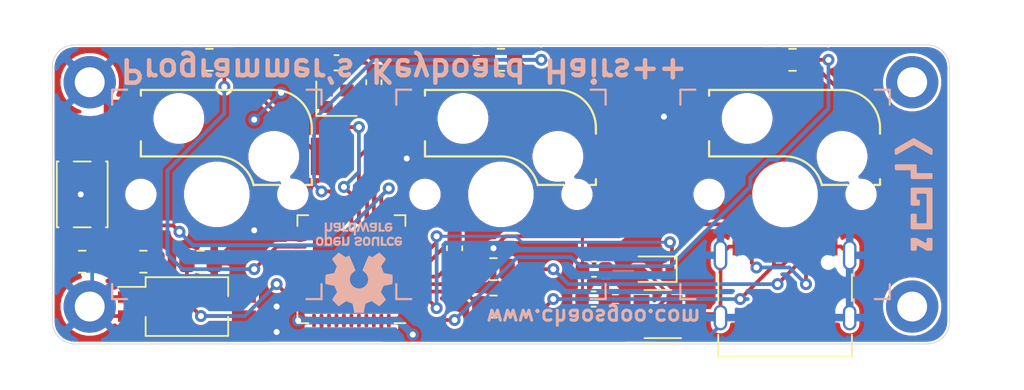
<source format=kicad_pcb>
(kicad_pcb (version 20171130) (host pcbnew "(5.1.9)-1")
  (layers (0 F.Cu signal) (31 B.Cu signal) (34 B.Paste user) (35 F.Paste user) (36 B.SilkS user) (37 F.SilkS user) (38 B.Mask user) (39 F.Mask user) (44 Edge.Cuts user))
  (net 0 "")
  (net 1 "Net-(16MHz1-Pad2)")
  (net 2 "Net-(16MHz1-Pad1)")
  (net 3 GND)
  (net 4 UCAP)
  (net 5 VCC)
  (net 6 V_USB)
  (net 7 "Net-(J1-PadA6)")
  (net 8 "Net-(J1-PadA7)")
  (net 9 D+)
  (net 10 D-)
  (net 11 "Net-(MCU1-Pad13)")
  (net 12 SCL|D3)
  (net 13 D5)
  (net 14 D6)
  (net 15 D4)
  (net 16 D7)
  (net 17 "Net-(C19-Pad1)")
  (module Symbol:OSHW-Logo_5.7x6mm_SilkScreen (layer B.Cu) (at 105 89.9)
    (fp_text reference REF** hide)
    (fp_text value OSHW-Logo_5.7x6mm_SilkScreen hide)
  )
  (module Custom:text_chaos_logo (layer B.Cu) (at 142.1 85 270)
    (fp_text reference G*** hide)
    (fp_text value LOGO hide)
  )
  (module keyswitches:Kailh_socket_MX (layer B.Cu) (at 133.5 85 180)
    (fp_text reference SW2 hide)
    (fp_text value SW_Push)
    (pad 2 smd rect (at -7.56 2.54 180) (size 2.55 2.5) (layers F.Cu F.Paste F.Mask) (net 16 D7))
    (pad "" np_thru_hole circle (at -5.08 0 180) (size 1.7018 1.7018) (drill 1.7018) (layers *.Cu *.Mask))
    (pad "" np_thru_hole circle (at 5.08 0 180) (size 1.7018 1.7018) (drill 1.7018) (layers *.Cu *.Mask))
    (pad "" np_thru_hole circle (at 0 0 180) (size 3.9878 3.9878) (drill 3.9878) (layers *.Cu *.Mask))
    (pad "" np_thru_hole circle (at -3.81 2.54 180) (size 3 3) (drill 3) (layers *.Cu *.Mask))
    (pad "" np_thru_hole circle (at 2.54 5.08 180) (size 3 3) (drill 3) (layers *.Cu *.Mask))
    (pad 1 smd rect (at 6.29 5.08 180) (size 2.55 2.5) (layers F.Cu F.Paste F.Mask) (net 3 GND))
  )
  (module Custom:ScrewM2_SMT (layer F.Cu) (at 87 92.5)
    (fp_text reference J5 hide)
    (fp_text value Conn_01x01)
    (pad 1 thru_hole circle (at 0 0) (size 3.5 3.5) (drill 2) (layers *.Cu *.Mask) (net 3 GND))
  )
  (module Custom:ScrewM2_SMT (layer F.Cu) (at 87 77.5)
    (fp_text reference J4 hide)
    (fp_text value Conn_01x01)
    (pad 1 thru_hole circle (at 0 0) (size 3.5 3.5) (drill 2) (layers *.Cu *.Mask) (net 3 GND))
  )
  (module Custom:ScrewM2_SMT (layer F.Cu) (at 142 77.5)
    (fp_text reference J3 hide)
    (fp_text value Conn_01x01)
    (pad 1 thru_hole circle (at 0 0) (size 3.5 3.5) (drill 2) (layers *.Cu *.Mask))
  )
  (module Custom:ScrewM2_SMT (layer F.Cu) (at 142 92.5)
    (fp_text reference J2 hide)
    (fp_text value Conn_01x01)
    (pad 1 thru_hole circle (at 0 0) (size 3.5 3.5) (drill 2) (layers *.Cu *.Mask))
  )
  (module Resistor_SMD:R_0805_2012Metric (layer F.Cu) (at 94.4125 89.5 180)
    (fp_text reference R8 hide)
    (fp_text value 1K)
    (pad 2 smd roundrect (at 0.9125 0 180) (size 1.025 1.4) (layers F.Cu F.Paste F.Mask) (roundrect_rratio 0.2439004878048781) (net 14 D6))
    (pad 1 smd roundrect (at -0.9125 0 180) (size 1.025 1.4) (layers F.Cu F.Paste F.Mask) (roundrect_rratio 0.2439004878048781) (net 5 VCC))
  )
  (module Resistor_SMD:R_0805_2012Metric (layer F.Cu) (at 90.5875 89.5)
    (fp_text reference R6 hide)
    (fp_text value 1K)
    (pad 2 smd roundrect (at 0.9125 0) (size 1.025 1.4) (layers F.Cu F.Paste F.Mask) (roundrect_rratio 0.2439004878048781) (net 13 D5))
    (pad 1 smd roundrect (at -0.9125 0) (size 1.025 1.4) (layers F.Cu F.Paste F.Mask) (roundrect_rratio 0.2439004878048781) (net 5 VCC))
  )
  (module Button_Switch_SMD:SW_DIP_SPSTx02_Slide_Copal_CHS-02B_W7.62mm_P1.27mm (layer F.Cu) (at 93.5 92.5)
    (fp_text reference SW5 hide)
    (fp_text value SW_DIP_x02)
    (pad 4 smd rect (at 3.81 -0.635) (size 1.6 0.76) (layers F.Cu F.Paste F.Mask) (net 14 D6))
    (pad 2 smd rect (at -3.81 0.635) (size 1.6 0.76) (layers F.Cu F.Paste F.Mask) (net 3 GND))
    (pad 3 smd rect (at 3.81 0.635) (size 1.6 0.76) (layers F.Cu F.Paste F.Mask) (net 13 D5))
    (pad 1 smd rect (at -3.81 -0.635) (size 1.6 0.76) (layers F.Cu F.Paste F.Mask) (net 3 GND))
  )
  (module keyswitches:Kailh_socket_MX (layer B.Cu) (at 114.5 85 180)
    (fp_text reference SW3 hide)
    (fp_text value SW_Push)
    (pad 2 smd rect (at -7.56 2.54 180) (size 2.55 2.5) (layers F.Cu F.Paste F.Mask) (net 12 SCL|D3))
    (pad "" np_thru_hole circle (at -5.08 0 180) (size 1.7018 1.7018) (drill 1.7018) (layers *.Cu *.Mask))
    (pad "" np_thru_hole circle (at 5.08 0 180) (size 1.7018 1.7018) (drill 1.7018) (layers *.Cu *.Mask))
    (pad "" np_thru_hole circle (at 0 0 180) (size 3.9878 3.9878) (drill 3.9878) (layers *.Cu *.Mask))
    (pad "" np_thru_hole circle (at -3.81 2.54 180) (size 3 3) (drill 3) (layers *.Cu *.Mask))
    (pad "" np_thru_hole circle (at 2.54 5.08 180) (size 3 3) (drill 3) (layers *.Cu *.Mask))
    (pad 1 smd rect (at 6.29 5.08 180) (size 2.55 2.5) (layers F.Cu F.Paste F.Mask) (net 3 GND))
  )
  (module keyswitches:Kailh_socket_MX (layer B.Cu) (at 95.5 85 180)
    (fp_text reference SW1 hide)
    (fp_text value SW_Push)
    (pad 1 smd rect (at 6.29 5.08 180) (size 2.55 2.5) (layers F.Cu F.Paste F.Mask) (net 3 GND))
    (pad "" np_thru_hole circle (at 2.54 5.08 180) (size 3 3) (drill 3) (layers *.Cu *.Mask))
    (pad "" np_thru_hole circle (at -3.81 2.54 180) (size 3 3) (drill 3) (layers *.Cu *.Mask))
    (pad "" np_thru_hole circle (at 0 0 180) (size 3.9878 3.9878) (drill 3.9878) (layers *.Cu *.Mask))
    (pad "" np_thru_hole circle (at 5.08 0 180) (size 1.7018 1.7018) (drill 1.7018) (layers *.Cu *.Mask))
    (pad "" np_thru_hole circle (at -5.08 0 180) (size 1.7018 1.7018) (drill 1.7018) (layers *.Cu *.Mask))
    (pad 2 smd rect (at -7.56 2.54 180) (size 2.55 2.5) (layers F.Cu F.Paste F.Mask) (net 15 D4))
  )
  (module Resistor_SMD:R_0805_2012Metric (layer F.Cu) (at 114.5 76)
    (fp_text reference R4 hide)
    (fp_text value 1K hide)
    (pad 2 smd roundrect (at 0.9125 0) (size 1.025 1.4) (layers F.Cu F.Paste F.Mask) (roundrect_rratio 0.2439004878048781) (net 12 SCL|D3))
    (pad 1 smd roundrect (at -0.9125 0) (size 1.025 1.4) (layers F.Cu F.Paste F.Mask) (roundrect_rratio 0.2439004878048781) (net 5 VCC))
  )
  (module Resistor_SMD:R_0805_2012Metric (layer F.Cu) (at 134 76)
    (fp_text reference R3 hide)
    (fp_text value 1K)
    (pad 2 smd roundrect (at 0.9125 0) (size 1.025 1.4) (layers F.Cu F.Paste F.Mask) (roundrect_rratio 0.2439004878048781) (net 16 D7))
    (pad 1 smd roundrect (at -0.9125 0) (size 1.025 1.4) (layers F.Cu F.Paste F.Mask) (roundrect_rratio 0.2439004878048781) (net 5 VCC))
  )
  (module Resistor_SMD:R_0805_2012Metric (layer F.Cu) (at 95 76)
    (fp_text reference R1 hide)
    (fp_text value 1K)
    (pad 2 smd roundrect (at 0.9125 0) (size 1.025 1.4) (layers F.Cu F.Paste F.Mask) (roundrect_rratio 0.2439004878048781) (net 15 D4))
    (pad 1 smd roundrect (at -0.9125 0) (size 1.025 1.4) (layers F.Cu F.Paste F.Mask) (roundrect_rratio 0.2439004878048781) (net 5 VCC))
  )
  (module Button_Switch_SMD:SW_SPST_PTS810 (layer F.Cu) (at 86.5 85 90)
    (fp_text reference SW4 hide)
    (fp_text value SW_Push)
    (pad 2 smd rect (at 2.075 1.075 90) (size 1.05 0.65) (layers F.Cu F.Paste F.Mask) (net 11 "Net-(MCU1-Pad13)"))
    (pad 2 smd rect (at -2.075 1.075 90) (size 1.05 0.65) (layers F.Cu F.Paste F.Mask) (net 11 "Net-(MCU1-Pad13)"))
    (pad 1 smd rect (at 2.075 -1.075 90) (size 1.05 0.65) (layers F.Cu F.Paste F.Mask) (net 3 GND))
    (pad 1 smd rect (at -2.075 -1.075 90) (size 1.05 0.65) (layers F.Cu F.Paste F.Mask) (net 3 GND))
  )
  (module Package_TO_SOT_SMD:SOT-23-5 (layer F.Cu) (at 125 93 180)
    (fp_text reference U1 hide)
    (fp_text value AP2112K-3.3)
    (pad 5 smd rect (at 1.1 -0.95 180) (size 1.06 0.65) (layers F.Cu F.Paste F.Mask) (net 5 VCC))
    (pad 4 smd rect (at 1.1 0.95 180) (size 1.06 0.65) (layers F.Cu F.Paste F.Mask))
    (pad 3 smd rect (at -1.1 0.95 180) (size 1.06 0.65) (layers F.Cu F.Paste F.Mask) (net 17 "Net-(C19-Pad1)"))
    (pad 2 smd rect (at -1.1 0 180) (size 1.06 0.65) (layers F.Cu F.Paste F.Mask) (net 3 GND))
    (pad 1 smd rect (at -1.1 -0.95 180) (size 1.06 0.65) (layers F.Cu F.Paste F.Mask) (net 17 "Net-(C19-Pad1)"))
  )
  (module Resistor_SMD:R_0805_2012Metric (layer F.Cu) (at 114 90)
    (fp_text reference R7 hide)
    (fp_text value 22)
    (pad 2 smd roundrect (at 0.9125 0) (size 1.025 1.4) (layers F.Cu F.Paste F.Mask) (roundrect_rratio 0.2439004878048781) (net 7 "Net-(J1-PadA6)"))
    (pad 1 smd roundrect (at -0.9125 0) (size 1.025 1.4) (layers F.Cu F.Paste F.Mask) (roundrect_rratio 0.2439004878048781) (net 9 D+))
  )
  (module Resistor_SMD:R_0805_2012Metric (layer F.Cu) (at 114 92.5)
    (fp_text reference R5 hide)
    (fp_text value 22)
    (pad 2 smd roundrect (at 0.9125 0) (size 1.025 1.4) (layers F.Cu F.Paste F.Mask) (roundrect_rratio 0.2439004878048781) (net 8 "Net-(J1-PadA7)"))
    (pad 1 smd roundrect (at -0.9125 0) (size 1.025 1.4) (layers F.Cu F.Paste F.Mask) (roundrect_rratio 0.2439004878048781) (net 10 D-))
  )
  (module Resistor_SMD:R_0805_2012Metric (layer F.Cu) (at 86.5 89.5 180)
    (fp_text reference R2 hide)
    (fp_text value 10K)
    (pad 2 smd roundrect (at 0.9125 0 180) (size 1.025 1.4) (layers F.Cu F.Paste F.Mask) (roundrect_rratio 0.2439004878048781) (net 11 "Net-(MCU1-Pad13)"))
    (pad 1 smd roundrect (at -0.9125 0 180) (size 1.025 1.4) (layers F.Cu F.Paste F.Mask) (roundrect_rratio 0.2439004878048781) (net 5 VCC))
  )
  (module Package_DFN_QFN:QFN-44-1EP_7x7mm_P0.5mm_EP5.15x5.15mm (layer F.Cu) (at 104.5 90 180)
    (fp_text reference MCU1 hide)
    (fp_text value ATmega32U4-AU)
    (pad 45 smd rect (at 0 0 180) (size 5.15 5.15) (layers F.Cu F.Mask))
    (pad 44 smd roundrect (at -2.5 -3.4375 180) (size 0.25 0.875) (layers F.Cu F.Paste F.Mask) (net 5 VCC))
    (pad 43 smd roundrect (at -2 -3.4375 180) (size 0.25 0.875) (layers F.Cu F.Paste F.Mask) (net 3 GND))
    (pad 42 smd roundrect (at -1.5 -3.4375 180) (size 0.25 0.875) (layers F.Cu F.Paste F.Mask))
    (pad 41 smd roundrect (at -1 -3.4375 180) (size 0.25 0.875) (layers F.Cu F.Paste F.Mask))
    (pad 40 smd roundrect (at -0.5 -3.4375 180) (size 0.25 0.875) (layers F.Cu F.Paste F.Mask))
    (pad 39 smd roundrect (at 0 -3.4375 180) (size 0.25 0.875) (layers F.Cu F.Paste F.Mask))
    (pad 38 smd roundrect (at 0.5 -3.4375 180) (size 0.25 0.875) (layers F.Cu F.Paste F.Mask))
    (pad 37 smd roundrect (at 1 -3.4375 180) (size 0.25 0.875) (layers F.Cu F.Paste F.Mask))
    (pad 36 smd roundrect (at 1.5 -3.4375 180) (size 0.25 0.875) (layers F.Cu F.Paste F.Mask))
    (pad 35 smd roundrect (at 2 -3.4375 180) (size 0.25 0.875) (layers F.Cu F.Paste F.Mask) (net 3 GND))
    (pad 34 smd roundrect (at 2.5 -3.4375 180) (size 0.25 0.875) (layers F.Cu F.Paste F.Mask) (net 5 VCC))
    (pad 33 smd roundrect (at 3.4375 -2.5 180) (size 0.875 0.25) (layers F.Cu F.Paste F.Mask) (net 3 GND))
    (pad 32 smd roundrect (at 3.4375 -2 180) (size 0.875 0.25) (layers F.Cu F.Paste F.Mask))
    (pad 31 smd roundrect (at 3.4375 -1.5 180) (size 0.875 0.25) (layers F.Cu F.Paste F.Mask) (net 13 D5))
    (pad 30 smd roundrect (at 3.4375 -1 180) (size 0.875 0.25) (layers F.Cu F.Paste F.Mask))
    (pad 29 smd roundrect (at 3.4375 -0.5 180) (size 0.875 0.25) (layers F.Cu F.Paste F.Mask))
    (pad 28 smd roundrect (at 3.4375 0 180) (size 0.875 0.25) (layers F.Cu F.Paste F.Mask))
    (pad 27 smd roundrect (at 3.4375 0.5 180) (size 0.875 0.25) (layers F.Cu F.Paste F.Mask) (net 14 D6))
    (pad 26 smd roundrect (at 3.4375 1 180) (size 0.875 0.25) (layers F.Cu F.Paste F.Mask))
    (pad 25 smd roundrect (at 3.4375 1.5 180) (size 0.875 0.25) (layers F.Cu F.Paste F.Mask) (net 15 D4))
    (pad 24 smd roundrect (at 3.4375 2 180) (size 0.875 0.25) (layers F.Cu F.Paste F.Mask) (net 5 VCC))
    (pad 23 smd roundrect (at 3.4375 2.5 180) (size 0.875 0.25) (layers F.Cu F.Paste F.Mask) (net 3 GND))
    (pad 22 smd roundrect (at 2.5 3.4375 180) (size 0.25 0.875) (layers F.Cu F.Paste F.Mask))
    (pad 21 smd roundrect (at 2 3.4375 180) (size 0.25 0.875) (layers F.Cu F.Paste F.Mask))
    (pad 20 smd roundrect (at 1.5 3.4375 180) (size 0.25 0.875) (layers F.Cu F.Paste F.Mask))
    (pad 19 smd roundrect (at 1 3.4375 180) (size 0.25 0.875) (layers F.Cu F.Paste F.Mask))
    (pad 18 smd roundrect (at 0.5 3.4375 180) (size 0.25 0.875) (layers F.Cu F.Paste F.Mask) (net 12 SCL|D3))
    (pad 17 smd roundrect (at 0 3.4375 180) (size 0.25 0.875) (layers F.Cu F.Paste F.Mask) (net 2 "Net-(16MHz1-Pad1)"))
    (pad 16 smd roundrect (at -0.5 3.4375 180) (size 0.25 0.875) (layers F.Cu F.Paste F.Mask) (net 1 "Net-(16MHz1-Pad2)"))
    (pad 15 smd roundrect (at -1 3.4375 180) (size 0.25 0.875) (layers F.Cu F.Paste F.Mask) (net 3 GND))
    (pad 14 smd roundrect (at -1.5 3.4375 180) (size 0.25 0.875) (layers F.Cu F.Paste F.Mask) (net 5 VCC))
    (pad 13 smd roundrect (at -2 3.4375 180) (size 0.25 0.875) (layers F.Cu F.Paste F.Mask) (net 11 "Net-(MCU1-Pad13)"))
    (pad 12 smd roundrect (at -2.5 3.4375 180) (size 0.25 0.875) (layers F.Cu F.Paste F.Mask))
    (pad 11 smd roundrect (at -3.4375 2.5 180) (size 0.875 0.25) (layers F.Cu F.Paste F.Mask))
    (pad 10 smd roundrect (at -3.4375 2 180) (size 0.875 0.25) (layers F.Cu F.Paste F.Mask))
    (pad 9 smd roundrect (at -3.4375 1.5 180) (size 0.875 0.25) (layers F.Cu F.Paste F.Mask))
    (pad 8 smd roundrect (at -3.4375 1 180) (size 0.875 0.25) (layers F.Cu F.Paste F.Mask))
    (pad 7 smd roundrect (at -3.4375 0.5 180) (size 0.875 0.25) (layers F.Cu F.Paste F.Mask) (net 6 V_USB))
    (pad 6 smd roundrect (at -3.4375 0 180) (size 0.875 0.25) (layers F.Cu F.Paste F.Mask) (net 4 UCAP))
    (pad 5 smd roundrect (at -3.4375 -0.5 180) (size 0.875 0.25) (layers F.Cu F.Paste F.Mask) (net 3 GND))
    (pad 4 smd roundrect (at -3.4375 -1 180) (size 0.875 0.25) (layers F.Cu F.Paste F.Mask) (net 9 D+))
    (pad 3 smd roundrect (at -3.4375 -1.5 180) (size 0.875 0.25) (layers F.Cu F.Paste F.Mask) (net 10 D-))
    (pad 2 smd roundrect (at -3.4375 -2 180) (size 0.875 0.25) (layers F.Cu F.Paste F.Mask) (net 6 V_USB))
    (pad 1 smd roundrect (at -3.4375 -2.5 180) (size 0.875 0.25) (layers F.Cu F.Paste F.Mask) (net 16 D7))
  )
  (module Connector_USB:USB_C_Receptacle_Palconn_UTC16-G (layer F.Cu) (at 133.5 91)
    (fp_text reference J1 hide)
    (fp_text value USB_C_Receptacle_USB2.0)
    (pad A12 smd rect (at 3.2 -2.51) (size 0.6 1.16) (layers F.Cu F.Paste F.Mask) (net 3 GND))
    (pad A9 smd rect (at 2.4 -2.51) (size 0.6 1.16) (layers F.Cu F.Paste F.Mask) (net 6 V_USB))
    (pad B1 smd rect (at 3.2 -2.51) (size 0.6 1.16) (layers F.Cu F.Paste F.Mask) (net 3 GND))
    (pad B4 smd rect (at 2.4 -2.51) (size 0.6 1.16) (layers F.Cu F.Paste F.Mask) (net 6 V_USB))
    (pad B12 smd rect (at -3.2 -2.51) (size 0.6 1.16) (layers F.Cu F.Paste F.Mask) (net 3 GND))
    (pad A1 smd rect (at -3.2 -2.51) (size 0.6 1.16) (layers F.Cu F.Paste F.Mask) (net 3 GND))
    (pad B9 smd rect (at -2.4 -2.51) (size 0.6 1.16) (layers F.Cu F.Paste F.Mask) (net 6 V_USB))
    (pad A4 smd rect (at -2.4 -2.51) (size 0.6 1.16) (layers F.Cu F.Paste F.Mask) (net 6 V_USB))
    (pad "" np_thru_hole circle (at -2.89 -1.45 180) (size 0.6 0.6) (drill 0.6) (layers *.Cu *.Mask))
    (pad "" np_thru_hole circle (at 2.89 -1.45 180) (size 0.6 0.6) (drill 0.6) (layers *.Cu *.Mask))
    (pad B5 smd rect (at 1.75 -2.51 180) (size 0.3 1.16) (layers F.Cu F.Paste F.Mask))
    (pad B6 smd rect (at 0.75 -2.51 180) (size 0.3 1.16) (layers F.Cu F.Paste F.Mask) (net 7 "Net-(J1-PadA6)"))
    (pad A8 smd rect (at 1.25 -2.51 180) (size 0.3 1.16) (layers F.Cu F.Paste F.Mask))
    (pad A5 smd rect (at -1.25 -2.51 180) (size 0.3 1.16) (layers F.Cu F.Paste F.Mask))
    (pad B8 smd rect (at -1.75 -2.51 180) (size 0.3 1.16) (layers F.Cu F.Paste F.Mask))
    (pad A7 smd rect (at 0.25 -2.51 180) (size 0.3 1.16) (layers F.Cu F.Paste F.Mask) (net 8 "Net-(J1-PadA7)"))
    (pad A6 smd rect (at -0.25 -2.51 180) (size 0.3 1.16) (layers F.Cu F.Paste F.Mask) (net 7 "Net-(J1-PadA6)"))
    (pad B7 smd rect (at -0.75 -2.51 180) (size 0.3 1.16) (layers F.Cu F.Paste F.Mask) (net 8 "Net-(J1-PadA7)"))
    (pad S1 thru_hole oval (at 4.32 2.24 90) (size 1.7 0.9) (drill oval 1.4 0.6) (layers *.Cu *.Mask) (net 3 GND))
    (pad S1 thru_hole oval (at -4.32 2.24 90) (size 1.7 0.9) (drill oval 1.4 0.6) (layers *.Cu *.Mask) (net 3 GND))
    (pad S1 thru_hole oval (at 4.32 -1.93 90) (size 2 0.9) (drill oval 1.7 0.6) (layers *.Cu *.Mask) (net 3 GND))
    (pad S1 thru_hole oval (at -4.32 -1.93 90) (size 2 0.9) (drill oval 1.7 0.6) (layers *.Cu *.Mask) (net 3 GND))
  )
  (module Diode_SMD:D_SOD-323 (layer F.Cu) (at 124.75 90 180)
    (fp_text reference D2 hide)
    (fp_text value SD36_SOD323 hide)
    (pad 2 smd rect (at 1.05 0 180) (size 0.6 0.45) (layers F.Cu F.Paste F.Mask) (net 17 "Net-(C19-Pad1)"))
    (pad 1 smd rect (at -1.05 0 180) (size 0.6 0.45) (layers F.Cu F.Paste F.Mask) (net 6 V_USB))
  )
  (module Capacitor_SMD:C_0603_1608Metric (layer F.Cu) (at 120.725 90 180)
    (fp_text reference C19 hide)
    (fp_text value 10uF)
    (pad 1 smd roundrect (at -0.775 0 180) (size 0.9 0.95) (layers F.Cu F.Paste F.Mask) (net 17 "Net-(C19-Pad1)"))
    (pad 2 smd roundrect (at 0.775 0 180) (size 0.9 0.95) (layers F.Cu F.Paste F.Mask) (net 3 GND))
  )
  (module Capacitor_SMD:C_0603_1608Metric (layer F.Cu) (at 120.7 92 180)
    (fp_text reference C13 hide)
    (fp_text value 10)
    (pad 1 smd roundrect (at -0.775 0 180) (size 0.9 0.95) (layers F.Cu F.Paste F.Mask) (net 5 VCC))
    (pad 2 smd roundrect (at 0.775 0 180) (size 0.9 0.95) (layers F.Cu F.Paste F.Mask) (net 3 GND))
  )
  (module Capacitor_SMD:C_0603_1608Metric (layer F.Cu) (at 106 77.5 90)
    (fp_text reference C4 hide)
    (fp_text value 22pF)
    (pad 2 smd roundrect (at 0.775 0 90) (size 0.9 0.95) (layers F.Cu F.Paste F.Mask) (net 3 GND))
    (pad 1 smd roundrect (at -0.775 0 90) (size 0.9 0.95) (layers F.Cu F.Paste F.Mask) (net 1 "Net-(16MHz1-Pad2)"))
  )
  (module Capacitor_SMD:C_0603_1608Metric (layer F.Cu) (at 103.5 76.2)
    (fp_text reference C2 hide)
    (fp_text value 22pF)
    (pad 2 smd roundrect (at 0.775 0) (size 0.9 0.95) (layers F.Cu F.Paste F.Mask) (net 3 GND))
    (pad 1 smd roundrect (at -0.775 0) (size 0.9 0.95) (layers F.Cu F.Paste F.Mask) (net 2 "Net-(16MHz1-Pad1)"))
  )
  (module Capacitor_SMD:C_0603_1608Metric (layer F.Cu) (at 111.4 88.6 270)
    (fp_text reference C1 hide)
    (fp_text value 1uF)
    (pad 2 smd roundrect (at 0.775 0 270) (size 0.9 0.95) (layers F.Cu F.Paste F.Mask) (net 3 GND))
    (pad 1 smd roundrect (at -0.775 0 270) (size 0.9 0.95) (layers F.Cu F.Paste F.Mask) (net 4 UCAP))
  )
  (module Crystal:Crystal_SMD_2016-4Pin_2.0x1.6mm (layer F.Cu) (at 103.5 78.6)
    (fp_text reference 16MHz1 hide)
    (fp_text value Crystal)
    (pad 4 smd rect (at -0.7 -0.55) (size 0.9 0.8) (layers F.Cu F.Paste F.Mask))
    (pad 3 smd rect (at 0.7 -0.55) (size 0.9 0.8) (layers F.Cu F.Paste F.Mask))
    (pad 2 smd rect (at 0.7 0.55) (size 0.9 0.8) (layers F.Cu F.Paste F.Mask) (net 1 "Net-(16MHz1-Pad2)"))
    (pad 1 smd rect (at -0.7 0.55) (size 0.9 0.8) (layers F.Cu F.Paste F.Mask) (net 2 "Net-(16MHz1-Pad1)"))
  )
  (gr_text www.chaosgoo.com (at 120.7 93.2 180) (layer B.SilkS) (effects (font (size 1 1) (thickness 0.2)) (justify mirror)))
  (gr_text Hairs++ (at 122.174 76.708 180) (layer B.SilkS) (effects (font (size 1.5 1.5) (thickness 0.3)) (justify mirror)))
  (gr_text "Programmer's Keyboard" (at 102.616 76.708 180) (layer B.SilkS) (effects (font (size 1.5 1.5) (thickness 0.3)) (justify mirror)))
  (gr_arc (start 86 76.5) (end 86 75) (angle -90) (layer Edge.Cuts) (width 0.05))
  (gr_arc (start 143 76.5) (end 144.5 76.5) (angle -90) (layer Edge.Cuts) (width 0.05))
  (gr_arc (start 143 93.5) (end 143 95) (angle -90) (layer Edge.Cuts) (width 0.05))
  (gr_arc (start 86 93.5) (end 84.5 93.5) (angle -90) (layer Edge.Cuts) (width 0.05))
  (gr_line (start 143 75) (end 86 75) (layer Edge.Cuts) (width 0.05))
  (gr_line (start 144.5 93.5) (end 144.5 76.5) (layer Edge.Cuts) (width 0.05))
  (gr_line (start 86 95) (end 143 95) (layer Edge.Cuts) (width 0.05))
  (gr_line (start 84.5 76.5) (end 84.5 93.5) (layer Edge.Cuts) (width 0.05))
  (segment (start 104.425 78.275) (end 104.2 78.05) (width 0.25) (layer F.Cu) (net 0))
  (segment (start 104.45 79.15) (end 104.2 79.15) (width 0.25) (layer F.Cu) (net 1))
  (segment (start 105.325 78.275) (end 104.45 79.15) (width 0.25) (layer F.Cu) (net 1))
  (segment (start 106 78.275) (end 105.325 78.275) (width 0.25) (layer F.Cu) (net 1))
  (segment (start 105 82.5) (end 105 86.125) (width 0.25) (layer F.Cu) (net 1))
  (segment (start 106.000004 81.499996) (end 105 82.5) (width 0.25) (layer F.Cu) (net 1))
  (segment (start 106.000004 78.275004) (end 106.000004 81.499996) (width 0.25) (layer F.Cu) (net 1))
  (segment (start 106 78.275) (end 106.000004 78.275004) (width 0.25) (layer F.Cu) (net 1))
  (segment (start 105 86.125) (end 105 86.5625) (width 0.25) (layer F.Cu) (net 1))
  (segment (start 102.8 79.15) (end 102.15 79.15) (width 0.25) (layer F.Cu) (net 2))
  (segment (start 102.15 79.15) (end 101.4 78.4) (width 0.25) (layer F.Cu) (net 2))
  (segment (start 101.4 78.4) (end 101.4 77) (width 0.25) (layer F.Cu) (net 2))
  (segment (start 102.2 76.2) (end 102.725 76.2) (width 0.25) (layer F.Cu) (net 2))
  (segment (start 101.4 77) (end 102.2 76.2) (width 0.25) (layer F.Cu) (net 2))
  (segment (start 104.15 80.5) (end 105.00001 80.5) (width 0.25) (layer F.Cu) (net 2))
  (segment (start 102.8 79.15) (end 104.15 80.5) (width 0.25) (layer F.Cu) (net 2))
  (via (at 105.00001 80.5) (size 0.8) (drill 0.4) (layers F.Cu B.Cu) (net 2))
  (segment (start 105.00001 83.49999) (end 104 84.5) (width 0.25) (layer B.Cu) (net 2))
  (segment (start 105.00001 80.5) (end 105.00001 83.49999) (width 0.25) (layer B.Cu) (net 2))
  (segment (start 104.5 85) (end 104 84.5) (width 0.25) (layer F.Cu) (net 2))
  (segment (start 104.5 86.5625) (end 104.5 85) (width 0.25) (layer F.Cu) (net 2))
  (via (at 104 84.5) (size 0.8) (drill 0.4) (layers F.Cu B.Cu) (net 2))
  (segment (start 85.425 82.925) (end 85.425 87.075) (width 0.25) (layer F.Cu) (net 3))
  (segment (start 88.71 79.92) (end 86.08 79.92) (width 0.25) (layer F.Cu) (net 3))
  (segment (start 85.425 80.575) (end 85.425 82.925) (width 0.25) (layer F.Cu) (net 3))
  (segment (start 86.08 79.92) (end 85.425 80.575) (width 0.25) (layer F.Cu) (net 3))
  (segment (start 108.21 78.935) (end 108.21 79.92) (width 0.25) (layer F.Cu) (net 3))
  (segment (start 106 76.725) (end 108.21 78.935) (width 0.25) (layer F.Cu) (net 3))
  (segment (start 108.13 80) (end 108.21 79.92) (width 0.25) (layer F.Cu) (net 3))
  (segment (start 129.76 88.49) (end 129.18 89.07) (width 0.25) (layer F.Cu) (net 3))
  (segment (start 130.3 88.49) (end 129.76 88.49) (width 0.25) (layer F.Cu) (net 3))
  (segment (start 137.24 88.49) (end 137.82 89.07) (width 0.25) (layer F.Cu) (net 3))
  (segment (start 136.7 88.49) (end 137.24 88.49) (width 0.25) (layer F.Cu) (net 3))
  (segment (start 137.82 89.07) (end 137.82 93.24) (width 0.25) (layer F.Cu) (net 3))
  (segment (start 137.82 93.24) (end 129.18 93.24) (width 0.25) (layer F.Cu) (net 3))
  (segment (start 129.18 89.07) (end 129.18 93.24) (width 0.25) (layer F.Cu) (net 3))
  (segment (start 128.94 93) (end 129.18 93.24) (width 0.25) (layer F.Cu) (net 3))
  (segment (start 126.1 93) (end 129.44 93) (width 0.25) (layer F.Cu) (net 3))
  (segment (start 110.275 90.5) (end 107.9375 90.5) (width 0.25) (layer F.Cu) (net 3))
  (segment (start 111.4 89.375) (end 110.275 90.5) (width 0.25) (layer F.Cu) (net 3))
  (segment (start 106.5 94.1) (end 106.2 94.4) (width 0.25) (layer F.Cu) (net 3))
  (segment (start 106.2 94.4) (end 102.8 94.4) (width 0.25) (layer F.Cu) (net 3))
  (segment (start 102.5 94.1) (end 102.5 93.4375) (width 0.25) (layer F.Cu) (net 3))
  (segment (start 102.8 94.4) (end 102.5 94.1) (width 0.25) (layer F.Cu) (net 3))
  (segment (start 105.475 76.2) (end 106 76.725) (width 0.25) (layer F.Cu) (net 3))
  (segment (start 104.275 76.2) (end 105.475 76.2) (width 0.25) (layer F.Cu) (net 3))
  (via (at 86.4 85) (size 0.8) (drill 0.4) (layers F.Cu B.Cu) (net 3))
  (segment (start 85.425 85.975) (end 86.4 85) (width 0.25) (layer F.Cu) (net 3))
  (segment (start 85.425 87.075) (end 85.425 85.975) (width 0.25) (layer F.Cu) (net 3))
  (via (at 98 87.4) (size 0.8) (drill 0.4) (layers F.Cu B.Cu) (net 3))
  (segment (start 98.1 87.5) (end 98 87.4) (width 0.25) (layer F.Cu) (net 3))
  (segment (start 101.0625 87.5) (end 98.1 87.5) (width 0.25) (layer F.Cu) (net 3))
  (via (at 108.2 82.6) (size 0.8) (drill 0.4) (layers F.Cu B.Cu) (net 3))
  (segment (start 108.21 82.59) (end 108.2 82.6) (width 0.25) (layer F.Cu) (net 3))
  (segment (start 108.21 79.92) (end 108.21 82.59) (width 0.25) (layer F.Cu) (net 3))
  (via (at 114 88.6) (size 0.8) (drill 0.4) (layers F.Cu B.Cu) (net 3))
  (segment (start 111.4 89.375) (end 112.175 88.6) (width 0.25) (layer F.Cu) (net 3))
  (segment (start 112.175 88.6) (end 114 88.6) (width 0.25) (layer F.Cu) (net 3))
  (via (at 125.4 79.8) (size 0.8) (drill 0.4) (layers F.Cu B.Cu) (net 3))
  (segment (start 125.52 79.92) (end 125.4 79.8) (width 0.25) (layer F.Cu) (net 3))
  (segment (start 127.71 79.92) (end 125.52 79.92) (width 0.25) (layer F.Cu) (net 3))
  (segment (start 106.96359 82.6) (end 108.2 82.6) (width 0.25) (layer F.Cu) (net 3))
  (segment (start 105.549991 84.013599) (end 106.96359 82.6) (width 0.25) (layer F.Cu) (net 3))
  (segment (start 105.54999 86.45001) (end 105.549991 84.013599) (width 0.25) (layer F.Cu) (net 3))
  (segment (start 105.5 86.5) (end 105.54999 86.45001) (width 0.25) (layer F.Cu) (net 3))
  (segment (start 105.5 86.5625) (end 105.5 86.5) (width 0.25) (layer F.Cu) (net 3))
  (via (at 99.5 92.5) (size 0.8) (drill 0.4) (layers F.Cu B.Cu) (net 3))
  (segment (start 101.0625 92.5) (end 99.5 92.5) (width 0.25) (layer F.Cu) (net 3))
  (via (at 99.5 94.2) (size 0.8) (drill 0.4) (layers F.Cu B.Cu) (net 3))
  (segment (start 99.7 94.4) (end 99.5 94.2) (width 0.25) (layer F.Cu) (net 3))
  (segment (start 102.8 94.4) (end 99.7 94.4) (width 0.25) (layer F.Cu) (net 3))
  (segment (start 87.628514 91.865) (end 87.458186 92.035328) (width 0.25) (layer F.Cu) (net 3))
  (segment (start 89.69 91.865) (end 87.628514 91.865) (width 0.25) (layer F.Cu) (net 3))
  (segment (start 88.48604 93.135) (end 87.66849 92.31745) (width 0.25) (layer F.Cu) (net 3))
  (segment (start 89.69 93.135) (end 88.48604 93.135) (width 0.25) (layer F.Cu) (net 3))
  (segment (start 87.163926 85.763926) (end 87.163926 91.820826) (width 0.25) (layer B.Cu) (net 3))
  (segment (start 86.4 85) (end 87.163926 85.763926) (width 0.25) (layer B.Cu) (net 3))
  (segment (start 128.52 94.4) (end 129.68 93.24) (width 0.25) (layer B.Cu) (net 3))
  (segment (start 125.4 84.8) (end 125.4 79.8) (width 0.25) (layer F.Cu) (net 3))
  (segment (start 122.4 87.8) (end 125.4 84.8) (width 0.25) (layer F.Cu) (net 3))
  (segment (start 114 88.6) (end 114.8 87.8) (width 0.25) (layer F.Cu) (net 3))
  (segment (start 119.925 87.825) (end 119.9 87.8) (width 0.2) (layer F.Cu) (net 3))
  (segment (start 119.9 87.8) (end 122.4 87.8) (width 0.25) (layer F.Cu) (net 3))
  (segment (start 114.8 87.8) (end 119.9 87.8) (width 0.25) (layer F.Cu) (net 3))
  (segment (start 119.95 91.975) (end 119.925 92) (width 0.2) (layer F.Cu) (net 3))
  (segment (start 119.95 90) (end 119.95 91.975) (width 0.2) (layer F.Cu) (net 3))
  (segment (start 119.95 87.85) (end 119.9 87.8) (width 0.2) (layer F.Cu) (net 3))
  (segment (start 119.95 90) (end 119.95 87.85) (width 0.2) (layer F.Cu) (net 3))
  (segment (start 106.5 93.4375) (end 106.5 94.1) (width 0.25) (layer F.Cu) (net 3))
  (segment (start 109.225 90) (end 107.9375 90) (width 0.25) (layer F.Cu) (net 4))
  (segment (start 111.4 87.825) (end 109.225 90) (width 0.25) (layer F.Cu) (net 4))
  (via (at 98 80) (size 0.8) (drill 0.4) (layers F.Cu B.Cu) (net 5))
  (via (at 99.8 78.2) (size 0.8) (drill 0.4) (layers F.Cu B.Cu) (net 5))
  (segment (start 98 80) (end 99.8 78.2) (width 0.2) (layer B.Cu) (net 5))
  (segment (start 106 86.5625) (end 106 85) (width 0.25) (layer F.Cu) (net 5))
  (segment (start 101.0625 88) (end 99.6 88) (width 0.25) (layer F.Cu) (net 5))
  (segment (start 99.6 88) (end 99.2 88) (width 0.25) (layer F.Cu) (net 5))
  (segment (start 99.2 88) (end 98.6 88.6) (width 0.25) (layer F.Cu) (net 5))
  (segment (start 106 85) (end 106 84.2) (width 0.25) (layer F.Cu) (net 5))
  (segment (start 106 84.2) (end 106.8 83.4) (width 0.25) (layer F.Cu) (net 5))
  (segment (start 106.8 83.4) (end 109.6 83.4) (width 0.25) (layer F.Cu) (net 5))
  (segment (start 107.662542 93.4375) (end 108.600006 94.374964) (width 0.25) (layer F.Cu) (net 5))
  (segment (start 102 93.4375) (end 100.9375 93.4375) (width 0.25) (layer F.Cu) (net 5))
  (segment (start 100.9375 93.4375) (end 100.937497 93.437497) (width 0.25) (layer F.Cu) (net 5))
  (segment (start 100.9375 93.4375) (end 100.937497 93.437497) (width 0.25) (layer B.Cu) (net 5))
  (segment (start 123.9 93.95) (end 123.65 93.95) (width 0.2) (layer F.Cu) (net 5))
  (segment (start 96.225 88.6) (end 95.325 89.5) (width 0.2) (layer F.Cu) (net 5))
  (segment (start 98.6 88.6) (end 96.225 88.6) (width 0.2) (layer F.Cu) (net 5))
  (via (at 100.9375 93.4375) (size 0.8) (drill 0.4) (layers F.Cu B.Cu) (net 5))
  (via (at 108.600006 94.374964) (size 0.8) (drill 0.4) (layers F.Cu B.Cu) (net 5))
  (segment (start 107 93.4375) (end 107.662542 93.4375) (width 0.25) (layer F.Cu) (net 5))
  (segment (start 107.662542 93.4375) (end 108.600006 94.374964) (width 0.5) (layer B.Cu) (net 5))
  (segment (start 100.9375 93.4375) (end 107.662542 93.4375) (width 0.5) (layer B.Cu) (net 5))
  (segment (start 131.1 87.6) (end 131.1 88.49) (width 0.25) (layer F.Cu) (net 6))
  (segment (start 130.5 87) (end 131.1 87.6) (width 0.25) (layer F.Cu) (net 6))
  (via (at 110.200014 87.799986) (size 0.8) (drill 0.4) (layers F.Cu B.Cu) (net 6))
  (via (at 125.8 88.2) (size 0.8) (drill 0.4) (layers F.Cu B.Cu) (net 6))
  (segment (start 125.9375 88.3375) (end 125.8 88.2) (width 0.25) (layer F.Cu) (net 6))
  (segment (start 125.9375 90) (end 125.9375 88.3375) (width 0.25) (layer F.Cu) (net 6))
  (via (at 110.2 92.59999) (size 0.8) (drill 0.4) (layers F.Cu B.Cu) (net 6))
  (segment (start 107.9375 92) (end 109.60001 92) (width 0.25) (layer F.Cu) (net 6))
  (segment (start 110.200014 92.599976) (end 110.2 92.59999) (width 0.25) (layer B.Cu) (net 6))
  (segment (start 109.60001 92) (end 110.2 92.59999) (width 0.25) (layer F.Cu) (net 6))
  (segment (start 110.200014 87.799986) (end 110.200014 92.599976) (width 0.25) (layer B.Cu) (net 6))
  (segment (start 110.200014 88.199986) (end 110.200014 87.799986) (width 0.25) (layer F.Cu) (net 6))
  (segment (start 108.9 89.5) (end 110.200014 88.199986) (width 0.25) (layer F.Cu) (net 6))
  (segment (start 107.9375 89.5) (end 108.9 89.5) (width 0.25) (layer F.Cu) (net 6))
  (via (at 134.9 91) (size 0.8) (drill 0.4) (layers F.Cu B.Cu) (net 6))
  (segment (start 134.9 90.114998) (end 134.9 91) (width 0.25) (layer F.Cu) (net 6))
  (segment (start 135.9 89.114998) (end 134.9 90.114998) (width 0.25) (layer F.Cu) (net 6))
  (segment (start 135.9 88.49) (end 135.9 89.114998) (width 0.25) (layer F.Cu) (net 6))
  (via (at 131.587347 89.887347) (size 0.8) (drill 0.4) (layers F.Cu B.Cu) (net 6))
  (segment (start 133.787347 89.887347) (end 131.587347 89.887347) (width 0.25) (layer B.Cu) (net 6))
  (segment (start 134.9 91) (end 133.787347 89.887347) (width 0.25) (layer B.Cu) (net 6))
  (segment (start 131.274999 88.664999) (end 131.1 88.49) (width 0.25) (layer F.Cu) (net 6))
  (segment (start 131.274999 89.574999) (end 131.274999 88.664999) (width 0.25) (layer F.Cu) (net 6))
  (segment (start 131.587347 89.887347) (end 131.274999 89.574999) (width 0.25) (layer F.Cu) (net 6))
  (segment (start 128 87) (end 130.5 87) (width 0.25) (layer F.Cu) (net 6))
  (segment (start 125.9375 89.0625) (end 128 87) (width 0.25) (layer F.Cu) (net 6))
  (segment (start 125.9375 90) (end 125.9375 89.0625) (width 0.25) (layer F.Cu) (net 6))
  (segment (start 110.200014 87.799986) (end 115.499986 87.799986) (width 0.2) (layer B.Cu) (net 6))
  (segment (start 115.9 88.2) (end 125.8 88.2) (width 0.2) (layer B.Cu) (net 6))
  (segment (start 115.499986 87.799986) (end 115.9 88.2) (width 0.2) (layer B.Cu) (net 6))
  (via (at 133 91) (size 0.8) (drill 0.4) (layers F.Cu B.Cu) (net 7))
  (segment (start 134.25 89.75) (end 133 91) (width 0.25) (layer F.Cu) (net 7))
  (segment (start 134.25 88.49) (end 134.25 89.75) (width 0.25) (layer F.Cu) (net 7))
  (via (at 118 89.999988) (size 0.8) (drill 0.4) (layers F.Cu B.Cu) (net 7))
  (segment (start 114.912512 89.999988) (end 114.9125 90) (width 0.25) (layer F.Cu) (net 7))
  (segment (start 118 89.999988) (end 114.912512 89.999988) (width 0.25) (layer F.Cu) (net 7))
  (segment (start 133.25 87.674998) (end 133.25 88.49) (width 0.25) (layer F.Cu) (net 7))
  (segment (start 134.160001 87.584999) (end 133.339999 87.584999) (width 0.25) (layer F.Cu) (net 7))
  (segment (start 134.225001 87.649999) (end 134.160001 87.584999) (width 0.25) (layer F.Cu) (net 7))
  (segment (start 133.339999 87.584999) (end 133.25 87.674998) (width 0.25) (layer F.Cu) (net 7))
  (segment (start 134.225001 87.925001) (end 134.225001 87.649999) (width 0.25) (layer F.Cu) (net 7))
  (segment (start 134.25 87.95) (end 134.225001 87.925001) (width 0.25) (layer F.Cu) (net 7))
  (segment (start 134.25 88.49) (end 134.25 87.95) (width 0.25) (layer F.Cu) (net 7))
  (segment (start 118.5 90.499988) (end 118 89.999988) (width 0.25) (layer B.Cu) (net 7))
  (segment (start 118.5 90.5) (end 118.5 90.499988) (width 0.25) (layer B.Cu) (net 7))
  (segment (start 119 91) (end 118.5 90.5) (width 0.25) (layer B.Cu) (net 7))
  (segment (start 133 91) (end 119 91) (width 0.25) (layer B.Cu) (net 7))
  (segment (start 132.75 88.49) (end 132.75 89.75) (width 0.25) (layer F.Cu) (net 8))
  (segment (start 132.75 89.75) (end 131.5 91) (width 0.25) (layer F.Cu) (net 8))
  (via (at 130.5 92) (size 0.8) (drill 0.4) (layers F.Cu B.Cu) (net 8))
  (segment (start 131.5 91) (end 130.5 92) (width 0.25) (layer F.Cu) (net 8))
  (segment (start 131 92) (end 118 92) (width 0.25) (layer B.Cu) (net 8))
  (via (at 118 92) (size 0.8) (drill 0.4) (layers F.Cu B.Cu) (net 8))
  (segment (start 117.5 92.5) (end 118 92) (width 0.25) (layer F.Cu) (net 8))
  (segment (start 114.9125 92.5) (end 117.5 92.5) (width 0.25) (layer F.Cu) (net 8))
  (segment (start 133.32 89.75) (end 132.75 89.75) (width 0.25) (layer F.Cu) (net 8))
  (segment (start 133.75 89.32) (end 133.32 89.75) (width 0.25) (layer F.Cu) (net 8))
  (segment (start 133.75 88.49) (end 133.75 89.32) (width 0.25) (layer F.Cu) (net 8))
  (segment (start 112.0875 91) (end 107.9375 91) (width 0.25) (layer F.Cu) (net 9))
  (segment (start 113.0875 90) (end 112.0875 91) (width 0.25) (layer F.Cu) (net 9))
  (segment (start 112.0875 91.5) (end 107.9375 91.5) (width 0.25) (layer F.Cu) (net 10))
  (segment (start 113.0875 92.5) (end 112.0875 91.5) (width 0.25) (layer F.Cu) (net 10))
  (segment (start 87.575 87.075) (end 87.425 87.075) (width 0.25) (layer F.Cu) (net 11))
  (segment (start 85.5875 88.9125) (end 85.5875 89.5) (width 0.25) (layer F.Cu) (net 11))
  (segment (start 87.425 87.075) (end 85.5875 88.9125) (width 0.25) (layer F.Cu) (net 11))
  (segment (start 87.575 82.925) (end 87.575 87.075) (width 0.25) (layer F.Cu) (net 11))
  (via (at 107 84.6) (size 0.8) (drill 0.4) (layers F.Cu B.Cu) (net 11))
  (segment (start 106.5 85.1) (end 106.5 86.5625) (width 0.25) (layer F.Cu) (net 11))
  (segment (start 107 84.6) (end 106.5 85.1) (width 0.25) (layer F.Cu) (net 11))
  (segment (start 92.575 87.075) (end 93 87.5) (width 0.25) (layer F.Cu) (net 11))
  (segment (start 103.200001 88.399999) (end 93.899999 88.399999) (width 0.25) (layer B.Cu) (net 11))
  (via (at 93 87.5) (size 0.8) (drill 0.4) (layers F.Cu B.Cu) (net 11))
  (segment (start 87.575 87.075) (end 92.575 87.075) (width 0.25) (layer F.Cu) (net 11))
  (segment (start 107 84.6) (end 103.200001 88.399999) (width 0.25) (layer B.Cu) (net 11))
  (segment (start 93.899999 88.399999) (end 93 87.5) (width 0.25) (layer B.Cu) (net 11))
  (segment (start 115.6 76) (end 122.06 82.46) (width 0.25) (layer F.Cu) (net 12))
  (segment (start 115.4125 76) (end 115.6 76) (width 0.25) (layer F.Cu) (net 12))
  (via (at 117.2 76) (size 0.8) (drill 0.4) (layers F.Cu B.Cu) (net 12))
  (segment (start 117.2 76) (end 115.4125 76) (width 0.25) (layer F.Cu) (net 12))
  (via (at 102.499992 84.8) (size 0.8) (drill 0.4) (layers F.Cu B.Cu) (net 12))
  (segment (start 104 86.5625) (end 104 85.734309) (width 0.25) (layer F.Cu) (net 12))
  (segment (start 104 85.734309) (end 103.065691 84.8) (width 0.25) (layer F.Cu) (net 12))
  (segment (start 103.065691 84.8) (end 102.499992 84.8) (width 0.25) (layer F.Cu) (net 12))
  (segment (start 102 84.300008) (end 102.499992 84.8) (width 0.25) (layer B.Cu) (net 12))
  (segment (start 102 80) (end 102 84.300008) (width 0.25) (layer B.Cu) (net 12))
  (segment (start 106 76) (end 102 80) (width 0.25) (layer B.Cu) (net 12))
  (segment (start 117.2 76) (end 106 76) (width 0.25) (layer B.Cu) (net 12))
  (segment (start 94.435 93.135) (end 96.31 93.135) (width 0.25) (layer F.Cu) (net 13))
  (segment (start 91.5 90.2) (end 94.435 93.135) (width 0.25) (layer F.Cu) (net 13))
  (segment (start 91.5 89.5) (end 91.5 90.2) (width 0.25) (layer F.Cu) (net 13))
  (segment (start 97.465 93.135) (end 96.31 93.135) (width 0.25) (layer F.Cu) (net 13))
  (via (at 99.5 91) (size 0.8) (drill 0.4) (layers F.Cu B.Cu) (net 13))
  (segment (start 100 91.5) (end 99.5 91) (width 0.25) (layer F.Cu) (net 13))
  (segment (start 101.0625 91.5) (end 100 91.5) (width 0.25) (layer F.Cu) (net 13))
  (via (at 94.435 93.135) (size 0.8) (drill 0.4) (layers F.Cu B.Cu) (net 13))
  (segment (start 97.365 93.135) (end 94.435 93.135) (width 0.25) (layer B.Cu) (net 13))
  (segment (start 99.5 91) (end 97.365 93.135) (width 0.25) (layer B.Cu) (net 13))
  (segment (start 93.5 89.5) (end 93.5 91) (width 0.25) (layer F.Cu) (net 14))
  (segment (start 94.365 91.865) (end 96.31 91.865) (width 0.25) (layer F.Cu) (net 14))
  (segment (start 93.5 91) (end 94.365 91.865) (width 0.25) (layer F.Cu) (net 14))
  (segment (start 99.7 89.5) (end 101.0625 89.5) (width 0.25) (layer F.Cu) (net 14))
  (segment (start 97.335 91.865) (end 99.7 89.5) (width 0.25) (layer F.Cu) (net 14))
  (segment (start 96.31 91.865) (end 97.335 91.865) (width 0.25) (layer F.Cu) (net 14))
  (segment (start 102.3725 82.46) (end 95.9125 76) (width 0.25) (layer F.Cu) (net 15))
  (segment (start 102.56 82.46) (end 102.3725 82.46) (width 0.25) (layer F.Cu) (net 15))
  (via (at 96 77.8) (size 0.8) (drill 0.4) (layers F.Cu B.Cu) (net 15))
  (segment (start 96 76.0875) (end 95.9125 76) (width 0.25) (layer F.Cu) (net 15))
  (segment (start 96 77.8) (end 96 76.0875) (width 0.25) (layer F.Cu) (net 15))
  (via (at 98 90) (size 0.8) (drill 0.4) (layers F.Cu B.Cu) (net 15))
  (segment (start 99.5 88.5) (end 98 90) (width 0.25) (layer F.Cu) (net 15))
  (segment (start 101.0625 88.5) (end 99.5 88.5) (width 0.25) (layer F.Cu) (net 15))
  (segment (start 92.2 89) (end 93.2 90) (width 0.25) (layer B.Cu) (net 15))
  (segment (start 93.2 90) (end 98 90) (width 0.25) (layer B.Cu) (net 15))
  (segment (start 92.2 83.4) (end 92.2 89) (width 0.25) (layer B.Cu) (net 15))
  (segment (start 96 79.6) (end 92.2 83.4) (width 0.25) (layer B.Cu) (net 15))
  (segment (start 96 77.8) (end 96 79.6) (width 0.25) (layer B.Cu) (net 15))
  (segment (start 135.1 76) (end 141.56 82.46) (width 0.25) (layer F.Cu) (net 16))
  (segment (start 134.9125 76) (end 135.1 76) (width 0.25) (layer F.Cu) (net 16))
  (via (at 136.4 76) (size 0.8) (drill 0.4) (layers F.Cu B.Cu) (net 16))
  (segment (start 136.4 76) (end 134.9125 76) (width 0.25) (layer F.Cu) (net 16))
  (via (at 111.4 93.4) (size 0.8) (drill 0.4) (layers F.Cu B.Cu) (net 16))
  (segment (start 107.9375 92.5) (end 108.8375 93.4) (width 0.25) (layer F.Cu) (net 16))
  (segment (start 108.8375 93.4) (end 111.4 93.4) (width 0.25) (layer F.Cu) (net 16))
  (segment (start 115.6 89.2) (end 111.4 93.4) (width 0.25) (layer B.Cu) (net 16))
  (segment (start 119.2 89.2) (end 115.6 89.2) (width 0.25) (layer B.Cu) (net 16))
  (segment (start 125.860334 89.8) (end 119.8 89.8) (width 0.25) (layer B.Cu) (net 16))
  (segment (start 131.181099 84.479235) (end 125.860334 89.8) (width 0.25) (layer B.Cu) (net 16))
  (segment (start 131.181099 83.886927) (end 131.181099 84.479235) (width 0.25) (layer B.Cu) (net 16))
  (segment (start 132.386927 82.681099) (end 131.181099 83.886927) (width 0.25) (layer B.Cu) (net 16))
  (segment (start 132.979235 82.681099) (end 132.386927 82.681099) (width 0.25) (layer B.Cu) (net 16))
  (segment (start 136.4 79.260334) (end 132.979235 82.681099) (width 0.25) (layer B.Cu) (net 16))
  (segment (start 119.8 89.8) (end 119.2 89.2) (width 0.25) (layer B.Cu) (net 16))
  (segment (start 136.4 76) (end 136.4 79.260334) (width 0.25) (layer B.Cu) (net 16))
  (segment (start 126.1 92.05) (end 125.45 92.05) (width 0.25) (layer F.Cu) (net 17))
  (segment (start 125.45 92.05) (end 125 92.5) (width 0.25) (layer F.Cu) (net 17))
  (segment (start 125.32 93.95) (end 126.1 93.95) (width 0.25) (layer F.Cu) (net 17))
  (segment (start 125 93.63) (end 125.32 93.95) (width 0.25) (layer F.Cu) (net 17))
  (segment (start 125 92.5) (end 125 92.9) (width 0.25) (layer F.Cu) (net 17))
  (segment (start 125 92.9) (end 125 93.63) (width 0.25) (layer F.Cu) (net 17))
  (segment (start 126.1 92.05) (end 125.85 92.05) (width 0.2) (layer F.Cu) (net 17))
  (segment (start 123.7 90) (end 123.55 90) (width 0.2) (layer F.Cu) (net 17))
  (segment (start 124.05 90) (end 126.1 92.05) (width 0.2) (layer F.Cu) (net 17))
  (segment (start 123.7 90) (end 124.05 90) (width 0.2) (layer F.Cu) (net 17))
  (segment (start 123.7 90) (end 121.5 90) (width 0.2) (layer F.Cu) (net 17))
  (zone (net 5) (net_name VCC) (layer F.Cu) (connect_pads (clearance 0.127)) (min_thickness 0.254) (fill yes (arc_segments 32) (thermal_gap 0.508) (thermal_bridge_width 0.508))
    (polygon (pts (xy 147.5 96.5) (xy 82.5 96.5) (xy 82.5 74) (xy 147.5 73)))
  )
  (zone (net 3) (net_name GND) (layer B.Cu) (connect_pads (clearance 0.127)) (min_thickness 0.254) (fill yes (arc_segments 32) (thermal_gap 0.508) (thermal_bridge_width 0.508))
    (polygon (pts (xy 149.5 97.5) (xy 81 97.5) (xy 81 72.5) (xy 149.5 72)))
  )
)
</source>
